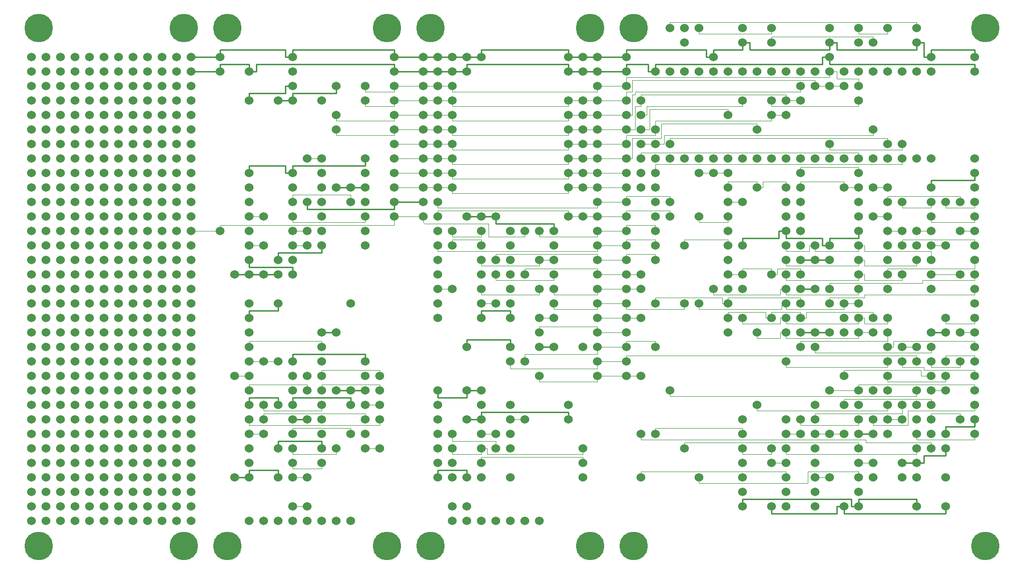
<source format=gtl>
G04 #@! TF.FileFunction,Copper,L1,Top,Signal*
%FSLAX46Y46*%
G04 Gerber Fmt 4.6, Leading zero omitted, Abs format (unit mm)*
G04 Created by KiCad (PCBNEW 4.0.7) date 01/06/20 01:41:04*
%MOMM*%
%LPD*%
G01*
G04 APERTURE LIST*
%ADD10C,0.100000*%
%ADD11C,1.524000*%
%ADD12C,5.000000*%
%ADD13C,0.250000*%
G04 APERTURE END LIST*
D10*
D11*
X89535000Y-135890000D03*
X86995000Y-135890000D03*
X84455000Y-135890000D03*
X81915000Y-135890000D03*
X79375000Y-135890000D03*
X76835000Y-135890000D03*
X74295000Y-135890000D03*
X71755000Y-135890000D03*
X69215000Y-135890000D03*
X66675000Y-135890000D03*
X64135000Y-135890000D03*
X61595000Y-135890000D03*
X89535000Y-133350000D03*
X86995000Y-133350000D03*
X84455000Y-133350000D03*
X81915000Y-133350000D03*
X79375000Y-133350000D03*
X76835000Y-133350000D03*
X74295000Y-133350000D03*
X71755000Y-133350000D03*
X69215000Y-133350000D03*
X66675000Y-133350000D03*
X64135000Y-133350000D03*
X61595000Y-133350000D03*
X89535000Y-130810000D03*
X86995000Y-130810000D03*
X84455000Y-130810000D03*
X81915000Y-130810000D03*
X79375000Y-130810000D03*
X76835000Y-130810000D03*
X74295000Y-130810000D03*
X71755000Y-130810000D03*
X69215000Y-130810000D03*
X66675000Y-130810000D03*
X64135000Y-130810000D03*
X61595000Y-130810000D03*
X89535000Y-128270000D03*
X86995000Y-128270000D03*
X84455000Y-128270000D03*
X81915000Y-128270000D03*
X79375000Y-128270000D03*
X76835000Y-128270000D03*
X74295000Y-128270000D03*
X71755000Y-128270000D03*
X69215000Y-128270000D03*
X66675000Y-128270000D03*
X64135000Y-128270000D03*
X61595000Y-128270000D03*
X89535000Y-125730000D03*
X86995000Y-125730000D03*
X84455000Y-125730000D03*
X81915000Y-125730000D03*
X79375000Y-125730000D03*
X76835000Y-125730000D03*
X74295000Y-125730000D03*
X71755000Y-125730000D03*
X69215000Y-125730000D03*
X66675000Y-125730000D03*
X64135000Y-125730000D03*
X61595000Y-125730000D03*
X89535000Y-123190000D03*
X86995000Y-123190000D03*
X84455000Y-123190000D03*
X81915000Y-123190000D03*
X79375000Y-123190000D03*
X76835000Y-123190000D03*
X74295000Y-123190000D03*
X71755000Y-123190000D03*
X69215000Y-123190000D03*
X66675000Y-123190000D03*
X64135000Y-123190000D03*
X61595000Y-123190000D03*
X89535000Y-120650000D03*
X86995000Y-120650000D03*
X84455000Y-120650000D03*
X81915000Y-120650000D03*
X79375000Y-120650000D03*
X76835000Y-120650000D03*
X74295000Y-120650000D03*
X71755000Y-120650000D03*
X69215000Y-120650000D03*
X66675000Y-120650000D03*
X64135000Y-120650000D03*
X61595000Y-120650000D03*
X89535000Y-118110000D03*
X86995000Y-118110000D03*
X84455000Y-118110000D03*
X81915000Y-118110000D03*
X79375000Y-118110000D03*
X76835000Y-118110000D03*
X74295000Y-118110000D03*
X71755000Y-118110000D03*
X69215000Y-118110000D03*
X66675000Y-118110000D03*
X64135000Y-118110000D03*
X61595000Y-118110000D03*
X89535000Y-115570000D03*
X86995000Y-115570000D03*
X84455000Y-115570000D03*
X81915000Y-115570000D03*
X79375000Y-115570000D03*
X76835000Y-115570000D03*
X74295000Y-115570000D03*
X71755000Y-115570000D03*
X69215000Y-115570000D03*
X66675000Y-115570000D03*
X64135000Y-115570000D03*
X61595000Y-115570000D03*
X89535000Y-113030000D03*
X86995000Y-113030000D03*
X84455000Y-113030000D03*
X81915000Y-113030000D03*
X79375000Y-113030000D03*
X76835000Y-113030000D03*
X74295000Y-113030000D03*
X71755000Y-113030000D03*
X69215000Y-113030000D03*
X66675000Y-113030000D03*
X64135000Y-113030000D03*
X61595000Y-113030000D03*
X89535000Y-110490000D03*
X86995000Y-110490000D03*
X84455000Y-110490000D03*
X81915000Y-110490000D03*
X79375000Y-110490000D03*
X76835000Y-110490000D03*
X74295000Y-110490000D03*
X71755000Y-110490000D03*
X69215000Y-110490000D03*
X66675000Y-110490000D03*
X64135000Y-110490000D03*
X61595000Y-110490000D03*
X89535000Y-107950000D03*
X86995000Y-107950000D03*
X84455000Y-107950000D03*
X81915000Y-107950000D03*
X79375000Y-107950000D03*
X76835000Y-107950000D03*
X74295000Y-107950000D03*
X71755000Y-107950000D03*
X69215000Y-107950000D03*
X66675000Y-107950000D03*
X64135000Y-107950000D03*
X61595000Y-107950000D03*
X89535000Y-105410000D03*
X86995000Y-105410000D03*
X84455000Y-105410000D03*
X81915000Y-105410000D03*
X79375000Y-105410000D03*
X76835000Y-105410000D03*
X74295000Y-105410000D03*
X71755000Y-105410000D03*
X69215000Y-105410000D03*
X66675000Y-105410000D03*
X64135000Y-105410000D03*
X61595000Y-105410000D03*
X89535000Y-102870000D03*
X86995000Y-102870000D03*
X84455000Y-102870000D03*
X81915000Y-102870000D03*
X79375000Y-102870000D03*
X76835000Y-102870000D03*
X74295000Y-102870000D03*
X71755000Y-102870000D03*
X69215000Y-102870000D03*
X66675000Y-102870000D03*
X64135000Y-102870000D03*
X61595000Y-102870000D03*
X89535000Y-100330000D03*
X86995000Y-100330000D03*
X84455000Y-100330000D03*
X81915000Y-100330000D03*
X79375000Y-100330000D03*
X76835000Y-100330000D03*
X74295000Y-100330000D03*
X71755000Y-100330000D03*
X69215000Y-100330000D03*
X66675000Y-100330000D03*
X64135000Y-100330000D03*
X61595000Y-100330000D03*
X89535000Y-97790000D03*
X86995000Y-97790000D03*
X84455000Y-97790000D03*
X81915000Y-97790000D03*
X79375000Y-97790000D03*
X76835000Y-97790000D03*
X74295000Y-97790000D03*
X71755000Y-97790000D03*
X69215000Y-97790000D03*
X66675000Y-97790000D03*
X64135000Y-97790000D03*
X61595000Y-97790000D03*
X89535000Y-95250000D03*
X86995000Y-95250000D03*
X84455000Y-95250000D03*
X81915000Y-95250000D03*
X79375000Y-95250000D03*
X76835000Y-95250000D03*
X74295000Y-95250000D03*
X71755000Y-95250000D03*
X69215000Y-95250000D03*
X66675000Y-95250000D03*
X64135000Y-95250000D03*
X61595000Y-95250000D03*
X89535000Y-92710000D03*
X86995000Y-92710000D03*
X84455000Y-92710000D03*
X81915000Y-92710000D03*
X79375000Y-92710000D03*
X76835000Y-92710000D03*
X74295000Y-92710000D03*
X71755000Y-92710000D03*
X69215000Y-92710000D03*
X66675000Y-92710000D03*
X64135000Y-92710000D03*
X61595000Y-92710000D03*
X89535000Y-90170000D03*
X86995000Y-90170000D03*
X84455000Y-90170000D03*
X81915000Y-90170000D03*
X79375000Y-90170000D03*
X76835000Y-90170000D03*
X74295000Y-90170000D03*
X71755000Y-90170000D03*
X69215000Y-90170000D03*
X66675000Y-90170000D03*
X64135000Y-90170000D03*
X61595000Y-90170000D03*
X89535000Y-87630000D03*
X86995000Y-87630000D03*
X84455000Y-87630000D03*
X81915000Y-87630000D03*
X79375000Y-87630000D03*
X76835000Y-87630000D03*
X74295000Y-87630000D03*
X71755000Y-87630000D03*
X69215000Y-87630000D03*
X66675000Y-87630000D03*
X64135000Y-87630000D03*
X61595000Y-87630000D03*
X89535000Y-85090000D03*
X86995000Y-85090000D03*
X84455000Y-85090000D03*
X81915000Y-85090000D03*
X79375000Y-85090000D03*
X76835000Y-85090000D03*
X74295000Y-85090000D03*
X71755000Y-85090000D03*
X69215000Y-85090000D03*
X66675000Y-85090000D03*
X64135000Y-85090000D03*
X61595000Y-85090000D03*
X89535000Y-82550000D03*
X86995000Y-82550000D03*
X84455000Y-82550000D03*
X81915000Y-82550000D03*
X79375000Y-82550000D03*
X76835000Y-82550000D03*
X74295000Y-82550000D03*
X71755000Y-82550000D03*
X69215000Y-82550000D03*
X66675000Y-82550000D03*
X64135000Y-82550000D03*
X61595000Y-82550000D03*
X89535000Y-80010000D03*
X86995000Y-80010000D03*
X84455000Y-80010000D03*
X81915000Y-80010000D03*
X79375000Y-80010000D03*
X76835000Y-80010000D03*
X74295000Y-80010000D03*
X71755000Y-80010000D03*
X69215000Y-80010000D03*
X66675000Y-80010000D03*
X64135000Y-80010000D03*
X61595000Y-80010000D03*
X89535000Y-77470000D03*
X86995000Y-77470000D03*
X84455000Y-77470000D03*
X81915000Y-77470000D03*
X79375000Y-77470000D03*
X76835000Y-77470000D03*
X74295000Y-77470000D03*
X71755000Y-77470000D03*
X69215000Y-77470000D03*
X66675000Y-77470000D03*
X64135000Y-77470000D03*
X61595000Y-77470000D03*
X89535000Y-74930000D03*
X86995000Y-74930000D03*
X84455000Y-74930000D03*
X81915000Y-74930000D03*
X79375000Y-74930000D03*
X76835000Y-74930000D03*
X74295000Y-74930000D03*
X71755000Y-74930000D03*
X69215000Y-74930000D03*
X66675000Y-74930000D03*
X64135000Y-74930000D03*
X61595000Y-74930000D03*
X89535000Y-72390000D03*
X86995000Y-72390000D03*
X84455000Y-72390000D03*
X81915000Y-72390000D03*
X79375000Y-72390000D03*
X76835000Y-72390000D03*
X74295000Y-72390000D03*
X71755000Y-72390000D03*
X69215000Y-72390000D03*
X66675000Y-72390000D03*
X64135000Y-72390000D03*
X61595000Y-72390000D03*
X89535000Y-69850000D03*
X86995000Y-69850000D03*
X84455000Y-69850000D03*
X81915000Y-69850000D03*
X79375000Y-69850000D03*
X76835000Y-69850000D03*
X74295000Y-69850000D03*
X71755000Y-69850000D03*
X69215000Y-69850000D03*
X66675000Y-69850000D03*
X64135000Y-69850000D03*
X61595000Y-69850000D03*
X89535000Y-67310000D03*
X86995000Y-67310000D03*
X84455000Y-67310000D03*
X81915000Y-67310000D03*
X79375000Y-67310000D03*
X76835000Y-67310000D03*
X74295000Y-67310000D03*
X71755000Y-67310000D03*
X69215000Y-67310000D03*
X66675000Y-67310000D03*
X64135000Y-67310000D03*
X61595000Y-67310000D03*
X89535000Y-64770000D03*
X86995000Y-64770000D03*
X84455000Y-64770000D03*
X81915000Y-64770000D03*
X79375000Y-64770000D03*
X76835000Y-64770000D03*
X74295000Y-64770000D03*
X71755000Y-64770000D03*
X69215000Y-64770000D03*
X66675000Y-64770000D03*
X64135000Y-64770000D03*
X61595000Y-64770000D03*
X89535000Y-62230000D03*
X86995000Y-62230000D03*
X84455000Y-62230000D03*
X81915000Y-62230000D03*
X79375000Y-62230000D03*
X76835000Y-62230000D03*
X74295000Y-62230000D03*
X71755000Y-62230000D03*
X69215000Y-62230000D03*
X66675000Y-62230000D03*
X64135000Y-62230000D03*
X61595000Y-62230000D03*
X89535000Y-59690000D03*
X86995000Y-59690000D03*
X84455000Y-59690000D03*
X81915000Y-59690000D03*
X79375000Y-59690000D03*
X76835000Y-59690000D03*
X74295000Y-59690000D03*
X71755000Y-59690000D03*
X69215000Y-59690000D03*
X66675000Y-59690000D03*
X64135000Y-59690000D03*
X61595000Y-59690000D03*
X89535000Y-57150000D03*
X86995000Y-57150000D03*
X84455000Y-57150000D03*
X81915000Y-57150000D03*
X79375000Y-57150000D03*
X76835000Y-57150000D03*
X74295000Y-57150000D03*
X71755000Y-57150000D03*
X69215000Y-57150000D03*
X66675000Y-57150000D03*
X64135000Y-57150000D03*
X61595000Y-57150000D03*
X89535000Y-54610000D03*
X86995000Y-54610000D03*
X84455000Y-54610000D03*
X81915000Y-54610000D03*
X79375000Y-54610000D03*
X76835000Y-54610000D03*
X74295000Y-54610000D03*
X71755000Y-54610000D03*
X69215000Y-54610000D03*
X66675000Y-54610000D03*
X64135000Y-54610000D03*
X94615000Y-57150000D03*
X94615000Y-54610000D03*
X99695000Y-57150000D03*
X99695000Y-62230000D03*
X104775000Y-62230000D03*
X107315000Y-62230000D03*
X107315000Y-59690000D03*
X107315000Y-57150000D03*
X107315000Y-54610000D03*
X112395000Y-62230000D03*
X114935000Y-59690000D03*
X120015000Y-59690000D03*
X120015000Y-62230000D03*
X125095000Y-54610000D03*
X125095000Y-57150000D03*
X125095000Y-59690000D03*
X125095000Y-62230000D03*
X125095000Y-64770000D03*
X125095000Y-67310000D03*
X125095000Y-69850000D03*
X125095000Y-72390000D03*
X125095000Y-74930000D03*
X125095000Y-77470000D03*
X125095000Y-80010000D03*
X125095000Y-82550000D03*
X120015000Y-85090000D03*
X120015000Y-87630000D03*
X120015000Y-82550000D03*
X120015000Y-80010000D03*
X120015000Y-77470000D03*
X120015000Y-74930000D03*
X117475000Y-80010000D03*
X117475000Y-77470000D03*
X114935000Y-77470000D03*
X112395000Y-77470000D03*
X112395000Y-74930000D03*
X112395000Y-72390000D03*
X109855000Y-72390000D03*
X112395000Y-80010000D03*
X112395000Y-82550000D03*
X112395000Y-85090000D03*
X112395000Y-87630000D03*
X109855000Y-87630000D03*
X109855000Y-85090000D03*
X109855000Y-80010000D03*
X107315000Y-80010000D03*
X107315000Y-77470000D03*
X107315000Y-74930000D03*
X107315000Y-82550000D03*
X107315000Y-85090000D03*
X107315000Y-87630000D03*
X107315000Y-90170000D03*
X107315000Y-92710000D03*
X104775000Y-92710000D03*
X104775000Y-90170000D03*
X102235000Y-92710000D03*
X102235000Y-87630000D03*
X102235000Y-82550000D03*
X99695000Y-92710000D03*
X99695000Y-90170000D03*
X99695000Y-87630000D03*
X99695000Y-85090000D03*
X99695000Y-82550000D03*
X99695000Y-80010000D03*
X99695000Y-77470000D03*
X99695000Y-74930000D03*
X97155000Y-92710000D03*
X94615000Y-85090000D03*
X104775000Y-97790000D03*
X99695000Y-97790000D03*
X99695000Y-100330000D03*
X99695000Y-105410000D03*
X99695000Y-102870000D03*
X99695000Y-107950000D03*
X102235000Y-107950000D03*
X104775000Y-107950000D03*
X107315000Y-107950000D03*
X107315000Y-110490000D03*
X109855000Y-110490000D03*
X112395000Y-110490000D03*
X112395000Y-107950000D03*
X112395000Y-105410000D03*
X112395000Y-102870000D03*
X114935000Y-102870000D03*
X117475000Y-97790000D03*
X99695000Y-110490000D03*
X97155000Y-110490000D03*
X99695000Y-113030000D03*
X99695000Y-115570000D03*
X102235000Y-115570000D03*
X104775000Y-115570000D03*
X107315000Y-115570000D03*
X99695000Y-118110000D03*
X102235000Y-118110000D03*
X102235000Y-120650000D03*
X99695000Y-120650000D03*
X99695000Y-123190000D03*
X99695000Y-125730000D03*
X99695000Y-128270000D03*
X97155000Y-128270000D03*
X104775000Y-128270000D03*
X104775000Y-123190000D03*
X107315000Y-128270000D03*
X107315000Y-125730000D03*
X107315000Y-123190000D03*
X107315000Y-120650000D03*
X107315000Y-118110000D03*
X107315000Y-113030000D03*
X99695000Y-135890000D03*
X102235000Y-135890000D03*
X104775000Y-135890000D03*
X107315000Y-135890000D03*
X109855000Y-135890000D03*
X112395000Y-135890000D03*
X114935000Y-135890000D03*
X117475000Y-135890000D03*
X107315000Y-133350000D03*
X109855000Y-133350000D03*
X109855000Y-128270000D03*
X112395000Y-125730000D03*
X112395000Y-123190000D03*
X114935000Y-123190000D03*
X112395000Y-120650000D03*
X112395000Y-118110000D03*
X112395000Y-115570000D03*
X112395000Y-113030000D03*
X109855000Y-118110000D03*
X109855000Y-113030000D03*
X114935000Y-113030000D03*
X117475000Y-113030000D03*
X117475000Y-115570000D03*
X117475000Y-120650000D03*
X120015000Y-123190000D03*
X122555000Y-123190000D03*
X120015000Y-120650000D03*
X120015000Y-118110000D03*
X120015000Y-115570000D03*
X120015000Y-113030000D03*
X120015000Y-110490000D03*
X120015000Y-107950000D03*
X122555000Y-110490000D03*
X122555000Y-113030000D03*
X122555000Y-115570000D03*
X122555000Y-118110000D03*
X114935000Y-64770000D03*
X114935000Y-67310000D03*
X130175000Y-54610000D03*
X130175000Y-57150000D03*
X130175000Y-59690000D03*
X130175000Y-62230000D03*
X130175000Y-64770000D03*
X130175000Y-67310000D03*
X130175000Y-69850000D03*
X130175000Y-72390000D03*
X130175000Y-74930000D03*
X130175000Y-77470000D03*
X130175000Y-80010000D03*
X130175000Y-82550000D03*
X132715000Y-100330000D03*
X132715000Y-97790000D03*
X132715000Y-95250000D03*
X135255000Y-95250000D03*
X132715000Y-92710000D03*
X132715000Y-87630000D03*
X132715000Y-90170000D03*
X135255000Y-87630000D03*
X135255000Y-85090000D03*
X132715000Y-85090000D03*
X132715000Y-82550000D03*
X132715000Y-80010000D03*
X132715000Y-77470000D03*
X135255000Y-77470000D03*
X135255000Y-74930000D03*
X132715000Y-74930000D03*
X132715000Y-72390000D03*
X132715000Y-69850000D03*
X132715000Y-67310000D03*
X132715000Y-64770000D03*
X135255000Y-64770000D03*
X135255000Y-67310000D03*
X135255000Y-69850000D03*
X135255000Y-72390000D03*
X135255000Y-62230000D03*
X132715000Y-62230000D03*
X132715000Y-59690000D03*
X135255000Y-59690000D03*
X135255000Y-57150000D03*
X135255000Y-54610000D03*
X132715000Y-54610000D03*
X132715000Y-57150000D03*
X137795000Y-54610000D03*
X137795000Y-57150000D03*
X140335000Y-54610000D03*
X137795000Y-82550000D03*
X140335000Y-82550000D03*
X142875000Y-82550000D03*
X140335000Y-85090000D03*
X140335000Y-87630000D03*
X140335000Y-90170000D03*
X140335000Y-92710000D03*
X140335000Y-95250000D03*
X140335000Y-97790000D03*
X140335000Y-100330000D03*
X137795000Y-105410000D03*
X137795000Y-113030000D03*
X140335000Y-113030000D03*
X140335000Y-115570000D03*
X145415000Y-115570000D03*
X145415000Y-118110000D03*
X147955000Y-118110000D03*
X145415000Y-120650000D03*
X145415000Y-123190000D03*
X142875000Y-123190000D03*
X140335000Y-123190000D03*
X140335000Y-120650000D03*
X142875000Y-120650000D03*
X140335000Y-118110000D03*
X140335000Y-125730000D03*
X140335000Y-128270000D03*
X145415000Y-128270000D03*
X137795000Y-128270000D03*
X135255000Y-128270000D03*
X132715000Y-128270000D03*
X132715000Y-125730000D03*
X135255000Y-125730000D03*
X135255000Y-123190000D03*
X135255000Y-120650000D03*
X132715000Y-120650000D03*
X132715000Y-123190000D03*
X132715000Y-118110000D03*
X132715000Y-115570000D03*
X132715000Y-113030000D03*
X135255000Y-133350000D03*
X135255000Y-135890000D03*
X137795000Y-133350000D03*
X137795000Y-135890000D03*
X140335000Y-135890000D03*
X142875000Y-135890000D03*
X145415000Y-135890000D03*
X147955000Y-135890000D03*
X150495000Y-135890000D03*
X142875000Y-97790000D03*
X145415000Y-97790000D03*
X145415000Y-100330000D03*
X145415000Y-95250000D03*
X145415000Y-92710000D03*
X142875000Y-92710000D03*
X142875000Y-90170000D03*
X145415000Y-90170000D03*
X147955000Y-92710000D03*
X145415000Y-87630000D03*
X145415000Y-85090000D03*
X147955000Y-85090000D03*
X150495000Y-85090000D03*
X153035000Y-85090000D03*
X153035000Y-87630000D03*
X153035000Y-90170000D03*
X153035000Y-92710000D03*
X153035000Y-95250000D03*
X153035000Y-97790000D03*
X153035000Y-100330000D03*
X150495000Y-100330000D03*
X150495000Y-102870000D03*
X150495000Y-105410000D03*
X153035000Y-105410000D03*
X145415000Y-105410000D03*
X145415000Y-107950000D03*
X147955000Y-107950000D03*
X150495000Y-110490000D03*
X155575000Y-82550000D03*
X158115000Y-82550000D03*
X160655000Y-82550000D03*
X155575000Y-115570000D03*
X155575000Y-118110000D03*
X158115000Y-123190000D03*
X158115000Y-125730000D03*
X158115000Y-128270000D03*
X158115000Y-105410000D03*
X160655000Y-105410000D03*
X160655000Y-107950000D03*
X160655000Y-110490000D03*
X160655000Y-102870000D03*
X160655000Y-100330000D03*
X160655000Y-97790000D03*
X160655000Y-95250000D03*
X160655000Y-92710000D03*
X160655000Y-90170000D03*
X160655000Y-87630000D03*
X160655000Y-85090000D03*
X160655000Y-80010000D03*
X160655000Y-77470000D03*
X158115000Y-77470000D03*
X155575000Y-77470000D03*
X155575000Y-74930000D03*
X155575000Y-72390000D03*
X155575000Y-69850000D03*
X158115000Y-69850000D03*
X160655000Y-69850000D03*
X160655000Y-72390000D03*
X160655000Y-74930000D03*
X158115000Y-74930000D03*
X158115000Y-72390000D03*
X155575000Y-67310000D03*
X158115000Y-67310000D03*
X160655000Y-67310000D03*
X160655000Y-54610000D03*
X158115000Y-54610000D03*
X155575000Y-54610000D03*
X155575000Y-57150000D03*
X158115000Y-57150000D03*
X160655000Y-57150000D03*
X160655000Y-59690000D03*
X160655000Y-62230000D03*
X158115000Y-62230000D03*
X155575000Y-62230000D03*
X155575000Y-64770000D03*
X158115000Y-64770000D03*
X160655000Y-64770000D03*
X165735000Y-54610000D03*
X165735000Y-57150000D03*
X165735000Y-59690000D03*
X165735000Y-62230000D03*
X165735000Y-64770000D03*
X165735000Y-67310000D03*
X165735000Y-69850000D03*
X165735000Y-72390000D03*
X165735000Y-74930000D03*
X165735000Y-77470000D03*
X165735000Y-80010000D03*
X165735000Y-82550000D03*
X165735000Y-85090000D03*
X165735000Y-87630000D03*
X165735000Y-92710000D03*
X165735000Y-90170000D03*
X165735000Y-95250000D03*
X165735000Y-97790000D03*
X165735000Y-100330000D03*
X165735000Y-102870000D03*
X165735000Y-105410000D03*
X165735000Y-107950000D03*
X165735000Y-110490000D03*
X168275000Y-110490000D03*
X168275000Y-120650000D03*
X168275000Y-128270000D03*
X170815000Y-120650000D03*
X173355000Y-113030000D03*
X170815000Y-105410000D03*
X168275000Y-100330000D03*
X170815000Y-97790000D03*
X168275000Y-95250000D03*
X168275000Y-92710000D03*
X170815000Y-90170000D03*
X170815000Y-87630000D03*
X170815000Y-85090000D03*
X170815000Y-82550000D03*
X173355000Y-82550000D03*
X173355000Y-80010000D03*
X170815000Y-80010000D03*
X170815000Y-77470000D03*
X168275000Y-77470000D03*
X168275000Y-74930000D03*
X170815000Y-74930000D03*
X170815000Y-72390000D03*
X168275000Y-72390000D03*
X168275000Y-69850000D03*
X168275000Y-67310000D03*
X168275000Y-64770000D03*
X168275000Y-62230000D03*
X170815000Y-67310000D03*
X170815000Y-69850000D03*
X173355000Y-69850000D03*
X173355000Y-72390000D03*
X175895000Y-72390000D03*
X178435000Y-72390000D03*
X180975000Y-72390000D03*
X183515000Y-72390000D03*
X186055000Y-72390000D03*
X188595000Y-72390000D03*
X191135000Y-72390000D03*
X193675000Y-72390000D03*
X196215000Y-72390000D03*
X198755000Y-72390000D03*
X201295000Y-72390000D03*
X203835000Y-72390000D03*
X206375000Y-72390000D03*
X208915000Y-72390000D03*
X211455000Y-72390000D03*
X213995000Y-72390000D03*
X216535000Y-72390000D03*
X219075000Y-72390000D03*
X213995000Y-69850000D03*
X211455000Y-69850000D03*
X208915000Y-67310000D03*
X201295000Y-69850000D03*
X226695000Y-72390000D03*
X170815000Y-57150000D03*
X173355000Y-57150000D03*
X175895000Y-57150000D03*
X178435000Y-57150000D03*
X180975000Y-57150000D03*
X183515000Y-57150000D03*
X186055000Y-57150000D03*
X188595000Y-57150000D03*
X191135000Y-57150000D03*
X193675000Y-57150000D03*
X196215000Y-57150000D03*
X198755000Y-57150000D03*
X201295000Y-57150000D03*
X203835000Y-57150000D03*
X206375000Y-57150000D03*
X208915000Y-57150000D03*
X211455000Y-57150000D03*
X213995000Y-57150000D03*
X216535000Y-57150000D03*
X219075000Y-57150000D03*
X219075000Y-54610000D03*
X216535000Y-52070000D03*
X216535000Y-49530000D03*
X211455000Y-49530000D03*
X208915000Y-52070000D03*
X206375000Y-52070000D03*
X206375000Y-49530000D03*
X201295000Y-52070000D03*
X201295000Y-49530000D03*
X201295000Y-54610000D03*
X191135000Y-49530000D03*
X191135000Y-52070000D03*
X186055000Y-49530000D03*
X186055000Y-52070000D03*
X180975000Y-54610000D03*
X178435000Y-49530000D03*
X175895000Y-49530000D03*
X175895000Y-52070000D03*
X173355000Y-49530000D03*
X226695000Y-57150000D03*
X226695000Y-54610000D03*
X201295000Y-59690000D03*
X203835000Y-59690000D03*
X206375000Y-59690000D03*
X206375000Y-62230000D03*
X198755000Y-59690000D03*
X196215000Y-59690000D03*
X196215000Y-62230000D03*
X193675000Y-62230000D03*
X191135000Y-62230000D03*
X191135000Y-64770000D03*
X193675000Y-64770000D03*
X188595000Y-67310000D03*
X186055000Y-62230000D03*
X183515000Y-64770000D03*
X178435000Y-74930000D03*
X180975000Y-74930000D03*
X183515000Y-74930000D03*
X183515000Y-77470000D03*
X183515000Y-80010000D03*
X186055000Y-80010000D03*
X188595000Y-77470000D03*
X183515000Y-82550000D03*
X178435000Y-82550000D03*
X183515000Y-85090000D03*
X183515000Y-87630000D03*
X186055000Y-87630000D03*
X175895000Y-87630000D03*
X183515000Y-90170000D03*
X183515000Y-92710000D03*
X186055000Y-92710000D03*
X186055000Y-95250000D03*
X183515000Y-95250000D03*
X180975000Y-95250000D03*
X178435000Y-97790000D03*
X175895000Y-97790000D03*
X183515000Y-97790000D03*
X183515000Y-100330000D03*
X183515000Y-102870000D03*
X186055000Y-100330000D03*
X188595000Y-102870000D03*
X191135000Y-100330000D03*
X191135000Y-92710000D03*
X193675000Y-102870000D03*
X193675000Y-100330000D03*
X193675000Y-97790000D03*
X193675000Y-95250000D03*
X193675000Y-92710000D03*
X193675000Y-90170000D03*
X193675000Y-87630000D03*
X193675000Y-85090000D03*
X193675000Y-82550000D03*
X193675000Y-80010000D03*
X193675000Y-77470000D03*
X196215000Y-74930000D03*
X196215000Y-77470000D03*
X196215000Y-80010000D03*
X196215000Y-82550000D03*
X196215000Y-85090000D03*
X196215000Y-87630000D03*
X196215000Y-90170000D03*
X196215000Y-92710000D03*
X196215000Y-95250000D03*
X196215000Y-97790000D03*
X196215000Y-100330000D03*
X196215000Y-102870000D03*
X196215000Y-105410000D03*
X193675000Y-107950000D03*
X198755000Y-105410000D03*
X198755000Y-102870000D03*
X198755000Y-95250000D03*
X198755000Y-90170000D03*
X198755000Y-87630000D03*
X201295000Y-87630000D03*
X201295000Y-90170000D03*
X201295000Y-95250000D03*
X201295000Y-97790000D03*
X203835000Y-97790000D03*
X206375000Y-97790000D03*
X203835000Y-100330000D03*
X206375000Y-100330000D03*
X208915000Y-100330000D03*
X211455000Y-100330000D03*
X211455000Y-102870000D03*
X208915000Y-102870000D03*
X206375000Y-102870000D03*
X203835000Y-102870000D03*
X201295000Y-102870000D03*
X206375000Y-95250000D03*
X206375000Y-92710000D03*
X206375000Y-90170000D03*
X206375000Y-87630000D03*
X206375000Y-85090000D03*
X206375000Y-82550000D03*
X206375000Y-80010000D03*
X206375000Y-77470000D03*
X206375000Y-74930000D03*
X203835000Y-77470000D03*
X208915000Y-77470000D03*
X211455000Y-77470000D03*
X211455000Y-80010000D03*
X213995000Y-80010000D03*
X211455000Y-82550000D03*
X208915000Y-82550000D03*
X211455000Y-85090000D03*
X213995000Y-85090000D03*
X216535000Y-85090000D03*
X219075000Y-85090000D03*
X221615000Y-87630000D03*
X219075000Y-87630000D03*
X216535000Y-87630000D03*
X213995000Y-87630000D03*
X211455000Y-87630000D03*
X211455000Y-90170000D03*
X211455000Y-92710000D03*
X211455000Y-95250000D03*
X213995000Y-92710000D03*
X216535000Y-90170000D03*
X219075000Y-90170000D03*
X219075000Y-92710000D03*
X219075000Y-95250000D03*
X224155000Y-85090000D03*
X226695000Y-85090000D03*
X226695000Y-82550000D03*
X226695000Y-80010000D03*
X226695000Y-77470000D03*
X226695000Y-74930000D03*
X224155000Y-80010000D03*
X221615000Y-80010000D03*
X219075000Y-80010000D03*
X219075000Y-77470000D03*
X219075000Y-82550000D03*
X226695000Y-87630000D03*
X226695000Y-90170000D03*
X224155000Y-92710000D03*
X226695000Y-92710000D03*
X226695000Y-95250000D03*
X226695000Y-97790000D03*
X226695000Y-100330000D03*
X221615000Y-100330000D03*
X219075000Y-102870000D03*
X221615000Y-102870000D03*
X224155000Y-102870000D03*
X226695000Y-102870000D03*
X226695000Y-105410000D03*
X226695000Y-107950000D03*
X224155000Y-107950000D03*
X221615000Y-107950000D03*
X219075000Y-107950000D03*
X219075000Y-105410000D03*
X216535000Y-105410000D03*
X213995000Y-105410000D03*
X211455000Y-105410000D03*
X211455000Y-107950000D03*
X213995000Y-107950000D03*
X216535000Y-107950000D03*
X211455000Y-110490000D03*
X219075000Y-110490000D03*
X221615000Y-110490000D03*
X226695000Y-110490000D03*
X221615000Y-113030000D03*
X219075000Y-113030000D03*
X219075000Y-115570000D03*
X219075000Y-118110000D03*
X219075000Y-120650000D03*
X219075000Y-123190000D03*
X221615000Y-123190000D03*
X221615000Y-120650000D03*
X224155000Y-118110000D03*
X226695000Y-118110000D03*
X226695000Y-120650000D03*
X226695000Y-115570000D03*
X226695000Y-113030000D03*
X216535000Y-120650000D03*
X216535000Y-123190000D03*
X216535000Y-125730000D03*
X216535000Y-128270000D03*
X213995000Y-125730000D03*
X213995000Y-128270000D03*
X216535000Y-133350000D03*
X221615000Y-133350000D03*
X221615000Y-128270000D03*
X208915000Y-125730000D03*
X208915000Y-128270000D03*
X206375000Y-125730000D03*
X206375000Y-128270000D03*
X206375000Y-130810000D03*
X206375000Y-133350000D03*
X206375000Y-123190000D03*
X206375000Y-120650000D03*
X208915000Y-120650000D03*
X211455000Y-120650000D03*
X211455000Y-118110000D03*
X211455000Y-115570000D03*
X211455000Y-113030000D03*
X203835000Y-133350000D03*
X198755000Y-133350000D03*
X198755000Y-130810000D03*
X198755000Y-128270000D03*
X201295000Y-128270000D03*
X198755000Y-125730000D03*
X198755000Y-123190000D03*
X198755000Y-120650000D03*
X198755000Y-118110000D03*
X198755000Y-115570000D03*
X201295000Y-113030000D03*
X203835000Y-110490000D03*
X203835000Y-115570000D03*
X206375000Y-115570000D03*
X206375000Y-113030000D03*
X208915000Y-113030000D03*
X206375000Y-118110000D03*
X203835000Y-120650000D03*
X201295000Y-120650000D03*
X196215000Y-118110000D03*
X193675000Y-118110000D03*
X193675000Y-120650000D03*
X193675000Y-123190000D03*
X193675000Y-125730000D03*
X193675000Y-128270000D03*
X193675000Y-130810000D03*
X193675000Y-133350000D03*
X191135000Y-133350000D03*
X196215000Y-120650000D03*
X191135000Y-123190000D03*
X191135000Y-125730000D03*
X188595000Y-115570000D03*
X186055000Y-118110000D03*
X186055000Y-120650000D03*
X186055000Y-123190000D03*
X186055000Y-125730000D03*
X186055000Y-128270000D03*
X186055000Y-130810000D03*
X186055000Y-133350000D03*
X178435000Y-128270000D03*
X175895000Y-123190000D03*
X208915000Y-118110000D03*
X213995000Y-118110000D03*
X216535000Y-118110000D03*
X216535000Y-115570000D03*
X213995000Y-115570000D03*
X216535000Y-113030000D03*
X61595000Y-54610000D03*
X137795000Y-118110000D03*
X120015000Y-72390000D03*
X150495000Y-95250000D03*
X150495000Y-90170000D03*
D12*
X95885000Y-49530000D03*
X88265000Y-49530000D03*
X95885000Y-140335000D03*
X88265000Y-140335000D03*
X62865000Y-49530000D03*
X62865000Y-140335000D03*
X123825000Y-49530000D03*
X131445000Y-49530000D03*
X123825000Y-140335000D03*
X131445000Y-140335000D03*
X159385000Y-140335000D03*
X167005000Y-140335000D03*
X159385000Y-49530000D03*
X167005000Y-49530000D03*
X228600000Y-49530000D03*
X228600000Y-140335000D03*
D10*
X120015000Y-123190000D02*
X122555000Y-123190000D01*
X99695000Y-120650000D02*
X102235000Y-120650000D01*
X206375000Y-49530000D02*
X206375000Y-50546000D01*
X211455000Y-50546000D02*
X211455000Y-49530000D01*
X206375000Y-50546000D02*
X211455000Y-50546000D01*
X191135000Y-52070000D02*
X191135000Y-51054000D01*
X208915000Y-51054000D02*
X208915000Y-52070000D01*
X191135000Y-51054000D02*
X208915000Y-51054000D01*
X178435000Y-49530000D02*
X178435000Y-50546000D01*
X191135000Y-50546000D02*
X191135000Y-49530000D01*
X178435000Y-50546000D02*
X191135000Y-50546000D01*
X216535000Y-49530000D02*
X216535000Y-48514000D01*
X173355000Y-48514000D02*
X173355000Y-49530000D01*
X216535000Y-48514000D02*
X173355000Y-48514000D01*
X135255000Y-67310000D02*
X135255000Y-68326000D01*
X155575000Y-68326000D02*
X153035000Y-68326000D01*
X155575000Y-68326000D02*
X155575000Y-67310000D01*
X135255000Y-68326000D02*
X153035000Y-68326000D01*
X153035000Y-65786000D02*
X135255000Y-65786000D01*
X155575000Y-64770000D02*
X155575000Y-65786000D01*
X153035000Y-65786000D02*
X155575000Y-65786000D01*
X135255000Y-65786000D02*
X135255000Y-64770000D01*
X135255000Y-62230000D02*
X135255000Y-63246000D01*
X155575000Y-63246000D02*
X155575000Y-62230000D01*
X153035000Y-63246000D02*
X155575000Y-63246000D01*
X135255000Y-63246000D02*
X153035000Y-63246000D01*
X135255000Y-59690000D02*
X135255000Y-60706000D01*
X160655000Y-60706000D02*
X152273000Y-60706000D01*
X160655000Y-60706000D02*
X160655000Y-59690000D01*
X135255000Y-60706000D02*
X152273000Y-60706000D01*
X160655000Y-59690000D02*
X165735000Y-59690000D01*
X160655000Y-62230000D02*
X165735000Y-62230000D01*
X158115000Y-62230000D02*
X160655000Y-62230000D01*
X155575000Y-62230000D02*
X158115000Y-62230000D01*
X160655000Y-64770000D02*
X165735000Y-64770000D01*
X158115000Y-64770000D02*
X160655000Y-64770000D01*
X155575000Y-64770000D02*
X158115000Y-64770000D01*
X158115000Y-67310000D02*
X155575000Y-67310000D01*
X160655000Y-67310000D02*
X158115000Y-67310000D01*
X165735000Y-67310000D02*
X160655000Y-67310000D01*
X160655000Y-69850000D02*
X165735000Y-69850000D01*
X158115000Y-69850000D02*
X160655000Y-69850000D01*
X155575000Y-69850000D02*
X158115000Y-69850000D01*
X169799000Y-68834000D02*
X166751000Y-68834000D01*
X171831000Y-66294000D02*
X171831000Y-66802000D01*
X188595000Y-67310000D02*
X188595000Y-66294000D01*
X188595000Y-66294000D02*
X181483000Y-66294000D01*
X171831000Y-66802000D02*
X171831000Y-68834000D01*
X169799000Y-68834000D02*
X171831000Y-68834000D01*
X181483000Y-66294000D02*
X171831000Y-66294000D01*
X166751000Y-72390000D02*
X165735000Y-72390000D01*
X166751000Y-68834000D02*
X166751000Y-72390000D01*
X170815000Y-67310000D02*
X170815000Y-68326000D01*
X170815000Y-68326000D02*
X165735000Y-68326000D01*
X165735000Y-68326000D02*
X165735000Y-69850000D01*
X168275000Y-67310000D02*
X169799000Y-67310000D01*
X169799000Y-63754000D02*
X169799000Y-65024000D01*
X183515000Y-63754000D02*
X183515000Y-64770000D01*
X183515000Y-63754000D02*
X180467000Y-63754000D01*
X180467000Y-63754000D02*
X169799000Y-63754000D01*
X169799000Y-67310000D02*
X169799000Y-65024000D01*
X168275000Y-64770000D02*
X169291000Y-64770000D01*
X169291000Y-63246000D02*
X169291000Y-64770000D01*
X186055000Y-63246000D02*
X186055000Y-62230000D01*
X186055000Y-63246000D02*
X180721000Y-63246000D01*
X180721000Y-63246000D02*
X169291000Y-63246000D01*
X165735000Y-67310000D02*
X167259000Y-67310000D01*
X168275000Y-63246000D02*
X168275000Y-62230000D01*
X167259000Y-63246000D02*
X168275000Y-63246000D01*
X167259000Y-67310000D02*
X167259000Y-63246000D01*
X188595000Y-60706000D02*
X167259000Y-60706000D01*
X167259000Y-60706000D02*
X167259000Y-61214000D01*
X167259000Y-61214000D02*
X166751000Y-61214000D01*
X166751000Y-61214000D02*
X166751000Y-64770000D01*
X166751000Y-64770000D02*
X165735000Y-64770000D01*
X196215000Y-59690000D02*
X196215000Y-60706000D01*
X196215000Y-60706000D02*
X188595000Y-60706000D01*
X188849000Y-61214000D02*
X168275000Y-61214000D01*
X193675000Y-61214000D02*
X188849000Y-61214000D01*
X193675000Y-62230000D02*
X193675000Y-61214000D01*
X168275000Y-61214000D02*
X168275000Y-62230000D01*
X175387000Y-58674000D02*
X193929000Y-58674000D01*
X198755000Y-58674000D02*
X198755000Y-59690000D01*
X198755000Y-58674000D02*
X193929000Y-58674000D01*
X165735000Y-62230000D02*
X165735000Y-60706000D01*
X166751000Y-58674000D02*
X175387000Y-58674000D01*
X166751000Y-60706000D02*
X166751000Y-58674000D01*
X165735000Y-60706000D02*
X166751000Y-60706000D01*
X190373000Y-58166000D02*
X176149000Y-58166000D01*
X165735000Y-58166000D02*
X176149000Y-58166000D01*
X165735000Y-59690000D02*
X165735000Y-58166000D01*
X201295000Y-58166000D02*
X201295000Y-57150000D01*
X201295000Y-58166000D02*
X197485000Y-58166000D01*
X190373000Y-58166000D02*
X197485000Y-58166000D01*
X201295000Y-59690000D02*
X203835000Y-59690000D01*
X201295000Y-59690000D02*
X198755000Y-59690000D01*
X206375000Y-59690000D02*
X206375000Y-58420000D01*
X202565000Y-57150000D02*
X201295000Y-57150000D01*
X202565000Y-58420000D02*
X202565000Y-57150000D01*
X206375000Y-58420000D02*
X202565000Y-58420000D01*
X198247000Y-63246000D02*
X206375000Y-63246000D01*
X191135000Y-63246000D02*
X198247000Y-63246000D01*
X191135000Y-62230000D02*
X191135000Y-63246000D01*
X206375000Y-63246000D02*
X206375000Y-62230000D01*
X203327000Y-71374000D02*
X206375000Y-71374000D01*
X168275000Y-71374000D02*
X203327000Y-71374000D01*
X168275000Y-72390000D02*
X168275000Y-71374000D01*
X206375000Y-71374000D02*
X206375000Y-72390000D01*
X170815000Y-67310000D02*
X170815000Y-65786000D01*
X191135000Y-65786000D02*
X181737000Y-65786000D01*
X191135000Y-65786000D02*
X191135000Y-64770000D01*
X170815000Y-65786000D02*
X181737000Y-65786000D01*
X199263000Y-68326000D02*
X175133000Y-68326000D01*
X208915000Y-68326000D02*
X199263000Y-68326000D01*
X208915000Y-67310000D02*
X208915000Y-68326000D01*
X172339000Y-69850000D02*
X172339000Y-68326000D01*
X172339000Y-68326000D02*
X175133000Y-68326000D01*
X172339000Y-69850000D02*
X170815000Y-69850000D01*
X178435000Y-68834000D02*
X199263000Y-68834000D01*
X211455000Y-68834000D02*
X199263000Y-68834000D01*
X211455000Y-69850000D02*
X211455000Y-68834000D01*
X173355000Y-68834000D02*
X178435000Y-68834000D01*
X173355000Y-68834000D02*
X173355000Y-69850000D01*
X193675000Y-62230000D02*
X196215000Y-62230000D01*
X191135000Y-64770000D02*
X193675000Y-64770000D01*
X170815000Y-69850000D02*
X168275000Y-69850000D01*
X132715000Y-95250000D02*
X135255000Y-95250000D01*
X141605000Y-83820000D02*
X141605000Y-86106000D01*
X147955000Y-86106000D02*
X143129000Y-86106000D01*
X147955000Y-85090000D02*
X147955000Y-86106000D01*
X130175000Y-83566000D02*
X130429000Y-83820000D01*
X130429000Y-83820000D02*
X141605000Y-83820000D01*
X130175000Y-83566000D02*
X130175000Y-82550000D01*
X141605000Y-86106000D02*
X143129000Y-86106000D01*
X135255000Y-69850000D02*
X135255000Y-70866000D01*
X155575000Y-70866000D02*
X152527000Y-70866000D01*
X155575000Y-70866000D02*
X155575000Y-69850000D01*
X135255000Y-70866000D02*
X152527000Y-70866000D01*
X135255000Y-72390000D02*
X135255000Y-73406000D01*
X155575000Y-73406000D02*
X152527000Y-73406000D01*
X155575000Y-73406000D02*
X155575000Y-72390000D01*
X135255000Y-73406000D02*
X152527000Y-73406000D01*
X135255000Y-74930000D02*
X135255000Y-75946000D01*
X155575000Y-75946000D02*
X152527000Y-75946000D01*
X155575000Y-75946000D02*
X155575000Y-74930000D01*
X135255000Y-75946000D02*
X152527000Y-75946000D01*
X135255000Y-77470000D02*
X135255000Y-78486000D01*
X155575000Y-78486000D02*
X152527000Y-78486000D01*
X155575000Y-78486000D02*
X155575000Y-77470000D01*
X135255000Y-78486000D02*
X152527000Y-78486000D01*
X158115000Y-72390000D02*
X155575000Y-72390000D01*
X160655000Y-72390000D02*
X158115000Y-72390000D01*
X165735000Y-72390000D02*
X160655000Y-72390000D01*
X160655000Y-74930000D02*
X165735000Y-74930000D01*
X158115000Y-74930000D02*
X160655000Y-74930000D01*
X155575000Y-74930000D02*
X158115000Y-74930000D01*
X158115000Y-77470000D02*
X155575000Y-77470000D01*
X160655000Y-77470000D02*
X158115000Y-77470000D01*
X165735000Y-77470000D02*
X160655000Y-77470000D01*
X160655000Y-85090000D02*
X165735000Y-85090000D01*
X156083000Y-86106000D02*
X160655000Y-86106000D01*
X150495000Y-86106000D02*
X156083000Y-86106000D01*
X150495000Y-85090000D02*
X150495000Y-86106000D01*
X160655000Y-86106000D02*
X160655000Y-85090000D01*
X160655000Y-80010000D02*
X160655000Y-81026000D01*
X132715000Y-81026000D02*
X147447000Y-81026000D01*
X132715000Y-81026000D02*
X132715000Y-80010000D01*
X160655000Y-81026000D02*
X147447000Y-81026000D01*
X158115000Y-82550000D02*
X160655000Y-82550000D01*
X155575000Y-82550000D02*
X158115000Y-82550000D01*
X145669000Y-81534000D02*
X155575000Y-81534000D01*
X132715000Y-81534000D02*
X145669000Y-81534000D01*
X132715000Y-82550000D02*
X132715000Y-81534000D01*
X155575000Y-81534000D02*
X155575000Y-82550000D01*
X135255000Y-85090000D02*
X135255000Y-86106000D01*
X140335000Y-86106000D02*
X140335000Y-85090000D01*
X135255000Y-86106000D02*
X140335000Y-86106000D01*
X135255000Y-87630000D02*
X135255000Y-86614000D01*
X140335000Y-86614000D02*
X140335000Y-87630000D01*
X135255000Y-86614000D02*
X140335000Y-86614000D01*
X142875000Y-88646000D02*
X132715000Y-88646000D01*
X160655000Y-87630000D02*
X160655000Y-88646000D01*
X160655000Y-88646000D02*
X159131000Y-88646000D01*
X142875000Y-88646000D02*
X146939000Y-88646000D01*
X159131000Y-88646000D02*
X146939000Y-88646000D01*
X132715000Y-88646000D02*
X132715000Y-87630000D01*
X165735000Y-87630000D02*
X160655000Y-87630000D01*
X160655000Y-90170000D02*
X165735000Y-90170000D01*
X147193000Y-89154000D02*
X160655000Y-89154000D01*
X142875000Y-89154000D02*
X147193000Y-89154000D01*
X142875000Y-90170000D02*
X142875000Y-89154000D01*
X160655000Y-89154000D02*
X160655000Y-90170000D01*
X150495000Y-90170000D02*
X150495000Y-91186000D01*
X140335000Y-91186000D02*
X140335000Y-90170000D01*
X150495000Y-91186000D02*
X140335000Y-91186000D01*
X150495000Y-90170000D02*
X153035000Y-90170000D01*
X142875000Y-92710000D02*
X142875000Y-93726000D01*
X153035000Y-93726000D02*
X153035000Y-92710000D01*
X142875000Y-93726000D02*
X153035000Y-93726000D01*
X150495000Y-95250000D02*
X150495000Y-96266000D01*
X140335000Y-96266000D02*
X140335000Y-95250000D01*
X143383000Y-96266000D02*
X140335000Y-96266000D01*
X150495000Y-96266000D02*
X143383000Y-96266000D01*
X160655000Y-92710000D02*
X160655000Y-91694000D01*
X147955000Y-91694000D02*
X147955000Y-92710000D01*
X160655000Y-91694000D02*
X147955000Y-91694000D01*
X153035000Y-95250000D02*
X153035000Y-96266000D01*
X160655000Y-96266000D02*
X160655000Y-95250000D01*
X153035000Y-96266000D02*
X160655000Y-96266000D01*
X191135000Y-92710000D02*
X192151000Y-92710000D01*
X196215000Y-91694000D02*
X196215000Y-92710000D01*
X192151000Y-91694000D02*
X196215000Y-91694000D01*
X192151000Y-92710000D02*
X192151000Y-91694000D01*
X186055000Y-92710000D02*
X186055000Y-91694000D01*
X191135000Y-91694000D02*
X191135000Y-92710000D01*
X186055000Y-91694000D02*
X191135000Y-91694000D01*
X183515000Y-92710000D02*
X186055000Y-92710000D01*
X186309000Y-98806000D02*
X192913000Y-98806000D01*
X178435000Y-98806000D02*
X186309000Y-98806000D01*
X178435000Y-97790000D02*
X178435000Y-98806000D01*
X192913000Y-98806000D02*
X192913000Y-97790000D01*
X192913000Y-97790000D02*
X193675000Y-97790000D01*
X170815000Y-97790000D02*
X170815000Y-96774000D01*
X182499000Y-97790000D02*
X183515000Y-97790000D01*
X182499000Y-96774000D02*
X182499000Y-97790000D01*
X170815000Y-96774000D02*
X182499000Y-96774000D01*
X165735000Y-97790000D02*
X165735000Y-98806000D01*
X175895000Y-98806000D02*
X175895000Y-97790000D01*
X165735000Y-98806000D02*
X175895000Y-98806000D01*
X160655000Y-97790000D02*
X165735000Y-97790000D01*
X160655000Y-95250000D02*
X165735000Y-95250000D01*
X160655000Y-92710000D02*
X165735000Y-92710000D01*
X165735000Y-95250000D02*
X168275000Y-95250000D01*
X165735000Y-92710000D02*
X168275000Y-92710000D01*
X165735000Y-90170000D02*
X165735000Y-89154000D01*
X165735000Y-89154000D02*
X170815000Y-89154000D01*
X170815000Y-89154000D02*
X170815000Y-90170000D01*
X165735000Y-87630000D02*
X165735000Y-86614000D01*
X170815000Y-86614000D02*
X170815000Y-87630000D01*
X165735000Y-86614000D02*
X170815000Y-86614000D01*
X165735000Y-85090000D02*
X165735000Y-84074000D01*
X165735000Y-84074000D02*
X170815000Y-84074000D01*
X170815000Y-84074000D02*
X170815000Y-85090000D01*
X160655000Y-82550000D02*
X165735000Y-82550000D01*
X160655000Y-80010000D02*
X165735000Y-80010000D01*
X165735000Y-82550000D02*
X165735000Y-81534000D01*
X173355000Y-81534000D02*
X173355000Y-82550000D01*
X165735000Y-81534000D02*
X173355000Y-81534000D01*
X165735000Y-80010000D02*
X165735000Y-78994000D01*
X173355000Y-78994000D02*
X173355000Y-80010000D01*
X165735000Y-78994000D02*
X173355000Y-78994000D01*
X175895000Y-87630000D02*
X175895000Y-86614000D01*
X183515000Y-86614000D02*
X180975000Y-86614000D01*
X183515000Y-86614000D02*
X183515000Y-87630000D01*
X175895000Y-86614000D02*
X180975000Y-86614000D01*
X178435000Y-82550000D02*
X178435000Y-83566000D01*
X183515000Y-83566000D02*
X180975000Y-83566000D01*
X183515000Y-83566000D02*
X183515000Y-82550000D01*
X178435000Y-83566000D02*
X180975000Y-83566000D01*
X192405000Y-73406000D02*
X170815000Y-73406000D01*
X213995000Y-72390000D02*
X213995000Y-73406000D01*
X207391000Y-73406000D02*
X203073000Y-73406000D01*
X213995000Y-73406000D02*
X207391000Y-73406000D01*
X192405000Y-73406000D02*
X203073000Y-73406000D01*
X170815000Y-73406000D02*
X170815000Y-74930000D01*
X180975000Y-74930000D02*
X183515000Y-74930000D01*
X178435000Y-74930000D02*
X180975000Y-74930000D01*
X196215000Y-74930000D02*
X196215000Y-73914000D01*
X206375000Y-73914000D02*
X203073000Y-73914000D01*
X206375000Y-73914000D02*
X206375000Y-74930000D01*
X196215000Y-73914000D02*
X203073000Y-73914000D01*
X183515000Y-80010000D02*
X186055000Y-80010000D01*
X183515000Y-77470000D02*
X183515000Y-76454000D01*
X188595000Y-76454000D02*
X188595000Y-77470000D01*
X183515000Y-76454000D02*
X188595000Y-76454000D01*
X188595000Y-77470000D02*
X189611000Y-77470000D01*
X193675000Y-76454000D02*
X193675000Y-77470000D01*
X189611000Y-76454000D02*
X193675000Y-76454000D01*
X189611000Y-77470000D02*
X189611000Y-76454000D01*
X196215000Y-77470000D02*
X196215000Y-76454000D01*
X203835000Y-76454000D02*
X201295000Y-76454000D01*
X203835000Y-76454000D02*
X203835000Y-77470000D01*
X196215000Y-76454000D02*
X201295000Y-76454000D01*
X213995000Y-69850000D02*
X213995000Y-70866000D01*
X201295000Y-70866000D02*
X201295000Y-69850000D01*
X213995000Y-70866000D02*
X201295000Y-70866000D01*
X219075000Y-113030000D02*
X221615000Y-113030000D01*
X213741000Y-112014000D02*
X226695000Y-112014000D01*
X206375000Y-112014000D02*
X213741000Y-112014000D01*
X206375000Y-113030000D02*
X206375000Y-112014000D01*
X226695000Y-112014000D02*
X226695000Y-113030000D01*
X213741000Y-111506000D02*
X221615000Y-111506000D01*
X211455000Y-111506000D02*
X213741000Y-111506000D01*
X211455000Y-110490000D02*
X211455000Y-111506000D01*
X221615000Y-111506000D02*
X221615000Y-110490000D01*
X219075000Y-110490000D02*
X217297000Y-110490000D01*
X203835000Y-109474000D02*
X213487000Y-109474000D01*
X203835000Y-109474000D02*
X203835000Y-110490000D01*
X217297000Y-109474000D02*
X213487000Y-109474000D01*
X217297000Y-110490000D02*
X217297000Y-109474000D01*
X213995000Y-107950000D02*
X213995000Y-108966000D01*
X226695000Y-109474000D02*
X226695000Y-110490000D01*
X217805000Y-109474000D02*
X226695000Y-109474000D01*
X217805000Y-108966000D02*
X217805000Y-109474000D01*
X213995000Y-108966000D02*
X217805000Y-108966000D01*
X209931000Y-106934000D02*
X175133000Y-106934000D01*
X165735000Y-107950000D02*
X165735000Y-106934000D01*
X165735000Y-106934000D02*
X168529000Y-106934000D01*
X175133000Y-106934000D02*
X168529000Y-106934000D01*
X216535000Y-106934000D02*
X209931000Y-106934000D01*
X216535000Y-106934000D02*
X216535000Y-107950000D01*
X210439000Y-106426000D02*
X198755000Y-106426000D01*
X219075000Y-106426000D02*
X210439000Y-106426000D01*
X219075000Y-105410000D02*
X219075000Y-106426000D01*
X198755000Y-106426000D02*
X198755000Y-105410000D01*
X219075000Y-107950000D02*
X219075000Y-108966000D01*
X224155000Y-108966000D02*
X224155000Y-107950000D01*
X219075000Y-108966000D02*
X224155000Y-108966000D01*
X221615000Y-107950000D02*
X221615000Y-106934000D01*
X226695000Y-106934000D02*
X226695000Y-107950000D01*
X221615000Y-106934000D02*
X226695000Y-106934000D01*
X211455000Y-105410000D02*
X212471000Y-105410000D01*
X226695000Y-104394000D02*
X226695000Y-105410000D01*
X212471000Y-104394000D02*
X226695000Y-104394000D01*
X212471000Y-105410000D02*
X212471000Y-104394000D01*
X213995000Y-105410000D02*
X216535000Y-105410000D01*
X221615000Y-100330000D02*
X221615000Y-101346000D01*
X226695000Y-101346000D02*
X226695000Y-100330000D01*
X221615000Y-101346000D02*
X226695000Y-101346000D01*
X224155000Y-102870000D02*
X226695000Y-102870000D01*
X226695000Y-95250000D02*
X226695000Y-96266000D01*
X201295000Y-96774000D02*
X207391000Y-96774000D01*
X207391000Y-96774000D02*
X207391000Y-96266000D01*
X207391000Y-96266000D02*
X213233000Y-96266000D01*
X201295000Y-96774000D02*
X201295000Y-97790000D01*
X226695000Y-96266000D02*
X213233000Y-96266000D01*
X223901000Y-86614000D02*
X226695000Y-86614000D01*
X213995000Y-86614000D02*
X223901000Y-86614000D01*
X213995000Y-87630000D02*
X213995000Y-86614000D01*
X226695000Y-86614000D02*
X226695000Y-87630000D01*
X224155000Y-85090000D02*
X226695000Y-85090000D01*
X219075000Y-82550000D02*
X219075000Y-83566000D01*
X226695000Y-83566000D02*
X226695000Y-82550000D01*
X219075000Y-83566000D02*
X226695000Y-83566000D01*
X221615000Y-80010000D02*
X221615000Y-81026000D01*
X226695000Y-81026000D02*
X226695000Y-80010000D01*
X221615000Y-81026000D02*
X226695000Y-81026000D01*
X213995000Y-80010000D02*
X213995000Y-81026000D01*
X219075000Y-81026000D02*
X219075000Y-80010000D01*
X213995000Y-81026000D02*
X219075000Y-81026000D01*
X224155000Y-80010000D02*
X224155000Y-78994000D01*
X211455000Y-78994000D02*
X211455000Y-80010000D01*
X224155000Y-78994000D02*
X211455000Y-78994000D01*
X203835000Y-77470000D02*
X206375000Y-77470000D01*
X208915000Y-77470000D02*
X211455000Y-77470000D01*
X208915000Y-82550000D02*
X211455000Y-82550000D01*
X216535000Y-85090000D02*
X219075000Y-85090000D01*
X211455000Y-85090000D02*
X213995000Y-85090000D01*
X219075000Y-87630000D02*
X221615000Y-87630000D01*
X208661000Y-88646000D02*
X219075000Y-88646000D01*
X207391000Y-87630000D02*
X207391000Y-88646000D01*
X207391000Y-88646000D02*
X208661000Y-88646000D01*
X206375000Y-87630000D02*
X207391000Y-87630000D01*
X219075000Y-88646000D02*
X219075000Y-90170000D01*
X198755000Y-87630000D02*
X198755000Y-88646000D01*
X206375000Y-88646000D02*
X206375000Y-87630000D01*
X198755000Y-88646000D02*
X206375000Y-88646000D01*
X193675000Y-87630000D02*
X193675000Y-88646000D01*
X197739000Y-87630000D02*
X198755000Y-87630000D01*
X197739000Y-88646000D02*
X197739000Y-87630000D01*
X193675000Y-88646000D02*
X197739000Y-88646000D01*
X206375000Y-90170000D02*
X206375000Y-91186000D01*
X193675000Y-91186000D02*
X193675000Y-90170000D01*
X206375000Y-91186000D02*
X193675000Y-91186000D01*
X209169000Y-91186000D02*
X207391000Y-91186000D01*
X216535000Y-91186000D02*
X209169000Y-91186000D01*
X216535000Y-90170000D02*
X216535000Y-91186000D01*
X207391000Y-90170000D02*
X206375000Y-90170000D01*
X207391000Y-91186000D02*
X207391000Y-90170000D01*
X226695000Y-90170000D02*
X226695000Y-91694000D01*
X211455000Y-91694000D02*
X211455000Y-92710000D01*
X226695000Y-91694000D02*
X211455000Y-91694000D01*
X221107000Y-93726000D02*
X226695000Y-93726000D01*
X217551000Y-94234000D02*
X217551000Y-93726000D01*
X217551000Y-93726000D02*
X221107000Y-93726000D01*
X201295000Y-95250000D02*
X201295000Y-94234000D01*
X201295000Y-94234000D02*
X208915000Y-94234000D01*
X208915000Y-94234000D02*
X217551000Y-94234000D01*
X226695000Y-93726000D02*
X226695000Y-92710000D01*
X219075000Y-92710000D02*
X224155000Y-92710000D01*
X206375000Y-92710000D02*
X207391000Y-92710000D01*
X213995000Y-93726000D02*
X213995000Y-92710000D01*
X207391000Y-93726000D02*
X213995000Y-93726000D01*
X207391000Y-92710000D02*
X207391000Y-93726000D01*
X203327000Y-93726000D02*
X206375000Y-93726000D01*
X193675000Y-93726000D02*
X203327000Y-93726000D01*
X193675000Y-92710000D02*
X193675000Y-93726000D01*
X206375000Y-93726000D02*
X206375000Y-92710000D01*
X183515000Y-97790000D02*
X183515000Y-96774000D01*
X183515000Y-96774000D02*
X196215000Y-96774000D01*
X196215000Y-96774000D02*
X196215000Y-97790000D01*
X193675000Y-95250000D02*
X192659000Y-95250000D01*
X180975000Y-96266000D02*
X180975000Y-95250000D01*
X192659000Y-96266000D02*
X180975000Y-96266000D01*
X192659000Y-95250000D02*
X192659000Y-96266000D01*
X193675000Y-95250000D02*
X193675000Y-96266000D01*
X206375000Y-96266000D02*
X206375000Y-95250000D01*
X193675000Y-96266000D02*
X206375000Y-96266000D01*
X203835000Y-97790000D02*
X206375000Y-97790000D01*
X193675000Y-97790000D02*
X193675000Y-98806000D01*
X203835000Y-98806000D02*
X203835000Y-97790000D01*
X193675000Y-98806000D02*
X203835000Y-98806000D01*
X191135000Y-100330000D02*
X191135000Y-99314000D01*
X196215000Y-99314000D02*
X196215000Y-100330000D01*
X191135000Y-99314000D02*
X196215000Y-99314000D01*
X183515000Y-100330000D02*
X183515000Y-99314000D01*
X190119000Y-100330000D02*
X191135000Y-100330000D01*
X190119000Y-99314000D02*
X190119000Y-100330000D01*
X183515000Y-99314000D02*
X190119000Y-99314000D01*
X193675000Y-100330000D02*
X192659000Y-100330000D01*
X186055000Y-101346000D02*
X186055000Y-100330000D01*
X192659000Y-101346000D02*
X186055000Y-101346000D01*
X192659000Y-100330000D02*
X192659000Y-101346000D01*
X193675000Y-100330000D02*
X193675000Y-101346000D01*
X206375000Y-101346000D02*
X201549000Y-101346000D01*
X206375000Y-101346000D02*
X206375000Y-100330000D01*
X193675000Y-101346000D02*
X201549000Y-101346000D01*
X208915000Y-100330000D02*
X208915000Y-99314000D01*
X208915000Y-99314000D02*
X197231000Y-99314000D01*
X197231000Y-99314000D02*
X197231000Y-100330000D01*
X197231000Y-100330000D02*
X196215000Y-100330000D01*
X211455000Y-100330000D02*
X211455000Y-101346000D01*
X207391000Y-100330000D02*
X206375000Y-100330000D01*
X207391000Y-101346000D02*
X207391000Y-100330000D01*
X211455000Y-101346000D02*
X207391000Y-101346000D01*
X202311000Y-104394000D02*
X211455000Y-104394000D01*
X196215000Y-104394000D02*
X202311000Y-104394000D01*
X196215000Y-105410000D02*
X196215000Y-104394000D01*
X211455000Y-104394000D02*
X211455000Y-102870000D01*
X206375000Y-102870000D02*
X206375000Y-103886000D01*
X193675000Y-103886000D02*
X202311000Y-103886000D01*
X193675000Y-103886000D02*
X193675000Y-102870000D01*
X206375000Y-103886000D02*
X202311000Y-103886000D01*
X206375000Y-102870000D02*
X208915000Y-102870000D01*
X192405000Y-103886000D02*
X192659000Y-103886000D01*
X192659000Y-103886000D02*
X192659000Y-102870000D01*
X192659000Y-102870000D02*
X193675000Y-102870000D01*
X188595000Y-102870000D02*
X188595000Y-103886000D01*
X192405000Y-103886000D02*
X188595000Y-103886000D01*
X201549000Y-108966000D02*
X193675000Y-108966000D01*
X211455000Y-108966000D02*
X201549000Y-108966000D01*
X211455000Y-107950000D02*
X211455000Y-108966000D01*
X193675000Y-108966000D02*
X193675000Y-107950000D01*
X206375000Y-116586000D02*
X188595000Y-116586000D01*
X211455000Y-115570000D02*
X211455000Y-116586000D01*
X206375000Y-116586000D02*
X209677000Y-116586000D01*
X209677000Y-116586000D02*
X211455000Y-116586000D01*
X188595000Y-116586000D02*
X188595000Y-115570000D01*
X206375000Y-117094000D02*
X198755000Y-117094000D01*
X213995000Y-115570000D02*
X213995000Y-117094000D01*
X206375000Y-117094000D02*
X209677000Y-117094000D01*
X209677000Y-117094000D02*
X213995000Y-117094000D01*
X198755000Y-117094000D02*
X198755000Y-118110000D01*
X210185000Y-114554000D02*
X219075000Y-114554000D01*
X203835000Y-114554000D02*
X210185000Y-114554000D01*
X203835000Y-115570000D02*
X203835000Y-114554000D01*
X219075000Y-114554000D02*
X219075000Y-115570000D01*
X216535000Y-120650000D02*
X216535000Y-121666000D01*
X226695000Y-121666000D02*
X226695000Y-120650000D01*
X216535000Y-121666000D02*
X226695000Y-121666000D01*
X215265000Y-122174000D02*
X219075000Y-122174000D01*
X207645000Y-121666000D02*
X207645000Y-122174000D01*
X207645000Y-122174000D02*
X215265000Y-122174000D01*
X194945000Y-121666000D02*
X189357000Y-121666000D01*
X168275000Y-121666000D02*
X189357000Y-121666000D01*
X168275000Y-120650000D02*
X168275000Y-121666000D01*
X194945000Y-121666000D02*
X207645000Y-121666000D01*
X219075000Y-122174000D02*
X219075000Y-123190000D01*
X206375000Y-123190000D02*
X206375000Y-122174000D01*
X175895000Y-122174000D02*
X175895000Y-123190000D01*
X194945000Y-122174000D02*
X186055000Y-122174000D01*
X186055000Y-122174000D02*
X175895000Y-122174000D01*
X206375000Y-122174000D02*
X194945000Y-122174000D01*
D13*
X206375000Y-120650000D02*
X208915000Y-120650000D01*
D10*
X201295000Y-120650000D02*
X203835000Y-120650000D01*
X198755000Y-120650000D02*
X201295000Y-120650000D01*
X193675000Y-120650000D02*
X196215000Y-120650000D01*
X206375000Y-118110000D02*
X206375000Y-119126000D01*
X196215000Y-119126000D02*
X196215000Y-118110000D01*
X206375000Y-119126000D02*
X196215000Y-119126000D01*
X211709000Y-119126000D02*
X208915000Y-119126000D01*
X215011000Y-116586000D02*
X215011000Y-119126000D01*
X215011000Y-119126000D02*
X211709000Y-119126000D01*
X226695000Y-116586000D02*
X217551000Y-116586000D01*
X226695000Y-115570000D02*
X226695000Y-116586000D01*
X217551000Y-116586000D02*
X215011000Y-116586000D01*
X208915000Y-119126000D02*
X208915000Y-118110000D01*
X213995000Y-118110000D02*
X211455000Y-118110000D01*
X219075000Y-118110000D02*
X219075000Y-117094000D01*
X224155000Y-117094000D02*
X224155000Y-118110000D01*
X219075000Y-117094000D02*
X224155000Y-117094000D01*
X193675000Y-123190000D02*
X193675000Y-124206000D01*
X216535000Y-124206000D02*
X216535000Y-123190000D01*
X194691000Y-124206000D02*
X216535000Y-124206000D01*
X193675000Y-124206000D02*
X194691000Y-124206000D01*
X206375000Y-125730000D02*
X208915000Y-125730000D01*
X202819000Y-127254000D02*
X206375000Y-127254000D01*
X178435000Y-129286000D02*
X197485000Y-129286000D01*
X197485000Y-129286000D02*
X197485000Y-127254000D01*
X197485000Y-127254000D02*
X202819000Y-127254000D01*
X178435000Y-128270000D02*
X178435000Y-129286000D01*
X206375000Y-127254000D02*
X206375000Y-128270000D01*
X198755000Y-128270000D02*
X201295000Y-128270000D01*
X193675000Y-128270000D02*
X193675000Y-127254000D01*
X168275000Y-127254000D02*
X168275000Y-128270000D01*
X190373000Y-127254000D02*
X168275000Y-127254000D01*
X193675000Y-127254000D02*
X190373000Y-127254000D01*
X186055000Y-123190000D02*
X186055000Y-124206000D01*
X191135000Y-124206000D02*
X191135000Y-123190000D01*
X186055000Y-124206000D02*
X191135000Y-124206000D01*
X191135000Y-125730000D02*
X193675000Y-125730000D01*
X170815000Y-120650000D02*
X170815000Y-119634000D01*
X186055000Y-119634000D02*
X186055000Y-120650000D01*
X170815000Y-119634000D02*
X186055000Y-119634000D01*
X199263000Y-114046000D02*
X216535000Y-114046000D01*
X179705000Y-114046000D02*
X199263000Y-114046000D01*
X174371000Y-114046000D02*
X176657000Y-114046000D01*
X173355000Y-114046000D02*
X174371000Y-114046000D01*
X173355000Y-113030000D02*
X173355000Y-114046000D01*
X176657000Y-114046000D02*
X179705000Y-114046000D01*
X216535000Y-114046000D02*
X216535000Y-113030000D01*
X201295000Y-113030000D02*
X206375000Y-113030000D01*
X160655000Y-107950000D02*
X160655000Y-109220000D01*
X145415000Y-109220000D02*
X145415000Y-107950000D01*
X160655000Y-109220000D02*
X145415000Y-109220000D01*
X147955000Y-107950000D02*
X147955000Y-106680000D01*
X160655000Y-106680000D02*
X160655000Y-105410000D01*
X147955000Y-106680000D02*
X160655000Y-106680000D01*
X153035000Y-97790000D02*
X153035000Y-98806000D01*
X160655000Y-98806000D02*
X160655000Y-97790000D01*
X153035000Y-98806000D02*
X160655000Y-98806000D01*
X140335000Y-97790000D02*
X142875000Y-97790000D01*
D13*
X140335000Y-100330000D02*
X140335000Y-99060000D01*
X145415000Y-99060000D02*
X145415000Y-100330000D01*
X140335000Y-99060000D02*
X145415000Y-99060000D01*
D10*
X150495000Y-100330000D02*
X153035000Y-100330000D01*
X150495000Y-102870000D02*
X150495000Y-101854000D01*
X160655000Y-101854000D02*
X160655000Y-102870000D01*
X150495000Y-101854000D02*
X160655000Y-101854000D01*
X165735000Y-100330000D02*
X168275000Y-100330000D01*
X160655000Y-100330000D02*
X165735000Y-100330000D01*
X165735000Y-102870000D02*
X160655000Y-102870000D01*
X165735000Y-105410000D02*
X160655000Y-105410000D01*
X165735000Y-105410000D02*
X165735000Y-104394000D01*
X170815000Y-104394000D02*
X170815000Y-105410000D01*
X165735000Y-104394000D02*
X170815000Y-104394000D01*
X160655000Y-107950000D02*
X165735000Y-107950000D01*
X160655000Y-110490000D02*
X160655000Y-111506000D01*
X150495000Y-111506000D02*
X150495000Y-110490000D01*
X160655000Y-111506000D02*
X150495000Y-111506000D01*
X165735000Y-110490000D02*
X160655000Y-110490000D01*
X168275000Y-110490000D02*
X165735000Y-110490000D01*
X140335000Y-120650000D02*
X142875000Y-120650000D01*
X145415000Y-118110000D02*
X147955000Y-118110000D01*
X142875000Y-123190000D02*
X142875000Y-122174000D01*
X135255000Y-121920000D02*
X135255000Y-120650000D01*
X142875000Y-121920000D02*
X135255000Y-121920000D01*
X142875000Y-122174000D02*
X142875000Y-121920000D01*
X158115000Y-123190000D02*
X158115000Y-124206000D01*
X141351000Y-123190000D02*
X140335000Y-123190000D01*
X141351000Y-124206000D02*
X141351000Y-123190000D01*
X158115000Y-124206000D02*
X141351000Y-124206000D01*
X140335000Y-125730000D02*
X140335000Y-124714000D01*
X158115000Y-124714000D02*
X158115000Y-125730000D01*
X140335000Y-124714000D02*
X158115000Y-124714000D01*
X135255000Y-123190000D02*
X135255000Y-124206000D01*
X140335000Y-124206000D02*
X140335000Y-123190000D01*
X135255000Y-124206000D02*
X140335000Y-124206000D01*
X107315000Y-133350000D02*
X109855000Y-133350000D01*
X107315000Y-128270000D02*
X109855000Y-128270000D01*
X107315000Y-125730000D02*
X107315000Y-126746000D01*
X112395000Y-126746000D02*
X112395000Y-125730000D01*
X107315000Y-126746000D02*
X112395000Y-126746000D01*
X107315000Y-123190000D02*
X107315000Y-124206000D01*
X114935000Y-124206000D02*
X114935000Y-123190000D01*
X107315000Y-124206000D02*
X114935000Y-124206000D01*
X107315000Y-120650000D02*
X107315000Y-119634000D01*
X117475000Y-119634000D02*
X117475000Y-120650000D01*
X107315000Y-119634000D02*
X117475000Y-119634000D01*
X122555000Y-118110000D02*
X122555000Y-119126000D01*
X99695000Y-119126000D02*
X99695000Y-118110000D01*
X121031000Y-119126000D02*
X99695000Y-119126000D01*
X122555000Y-119126000D02*
X121031000Y-119126000D01*
X102235000Y-118110000D02*
X102235000Y-117094000D01*
X120015000Y-117094000D02*
X120015000Y-118110000D01*
X102235000Y-117094000D02*
X120015000Y-117094000D01*
X102235000Y-115570000D02*
X102235000Y-116586000D01*
X112395000Y-116586000D02*
X112395000Y-115570000D01*
X102235000Y-116586000D02*
X112395000Y-116586000D01*
X120015000Y-115570000D02*
X122555000Y-115570000D01*
X112395000Y-110490000D02*
X112395000Y-109474000D01*
X122555000Y-109474000D02*
X122555000Y-110490000D01*
X112395000Y-109474000D02*
X122555000Y-109474000D01*
X112395000Y-113030000D02*
X112395000Y-112014000D01*
X122555000Y-112014000D02*
X122555000Y-113030000D01*
X112395000Y-112014000D02*
X122555000Y-112014000D01*
X99695000Y-113030000D02*
X99695000Y-112014000D01*
X109855000Y-112014000D02*
X109855000Y-113030000D01*
X99695000Y-112014000D02*
X109855000Y-112014000D01*
X97155000Y-110490000D02*
X99695000Y-110490000D01*
X102235000Y-107950000D02*
X104775000Y-107950000D01*
X99695000Y-107950000D02*
X102235000Y-107950000D01*
X112395000Y-105410000D02*
X112395000Y-104394000D01*
X99695000Y-104394000D02*
X99695000Y-105410000D01*
X112395000Y-104394000D02*
X99695000Y-104394000D01*
X117475000Y-80010000D02*
X117475000Y-78740000D01*
X107315000Y-78740000D02*
X107315000Y-80010000D01*
X117475000Y-78740000D02*
X107315000Y-78740000D01*
X109855000Y-72390000D02*
X112395000Y-72390000D01*
X114935000Y-67310000D02*
X114935000Y-68326000D01*
X125095000Y-68326000D02*
X125095000Y-67310000D01*
X114935000Y-68326000D02*
X125095000Y-68326000D01*
X114935000Y-64770000D02*
X114935000Y-65786000D01*
X125095000Y-65786000D02*
X125095000Y-64770000D01*
X114935000Y-65786000D02*
X125095000Y-65786000D01*
X120015000Y-62230000D02*
X120015000Y-63246000D01*
X125095000Y-63246000D02*
X125095000Y-62230000D01*
X120015000Y-63246000D02*
X125095000Y-63246000D01*
X120015000Y-59690000D02*
X120015000Y-60706000D01*
X125095000Y-60706000D02*
X125095000Y-59690000D01*
X120015000Y-60706000D02*
X125095000Y-60706000D01*
X130175000Y-59690000D02*
X125095000Y-59690000D01*
X132715000Y-59690000D02*
X130175000Y-59690000D01*
X135255000Y-59690000D02*
X132715000Y-59690000D01*
X132715000Y-62230000D02*
X135255000Y-62230000D01*
X130175000Y-62230000D02*
X132715000Y-62230000D01*
X125095000Y-62230000D02*
X130175000Y-62230000D01*
X130175000Y-64770000D02*
X125095000Y-64770000D01*
X132715000Y-64770000D02*
X130175000Y-64770000D01*
X135255000Y-64770000D02*
X132715000Y-64770000D01*
X132715000Y-67310000D02*
X135255000Y-67310000D01*
X130175000Y-67310000D02*
X132715000Y-67310000D01*
X125095000Y-67310000D02*
X130175000Y-67310000D01*
X130175000Y-69850000D02*
X125095000Y-69850000D01*
X132715000Y-69850000D02*
X130175000Y-69850000D01*
X135255000Y-69850000D02*
X132715000Y-69850000D01*
X132715000Y-72390000D02*
X135255000Y-72390000D01*
X130175000Y-72390000D02*
X132715000Y-72390000D01*
X125095000Y-72390000D02*
X130175000Y-72390000D01*
X132715000Y-74930000D02*
X135255000Y-74930000D01*
X130175000Y-74930000D02*
X132715000Y-74930000D01*
X125095000Y-74930000D02*
X130175000Y-74930000D01*
X130175000Y-77470000D02*
X125095000Y-77470000D01*
X132715000Y-77470000D02*
X130175000Y-77470000D01*
X135255000Y-77470000D02*
X132715000Y-77470000D01*
X125095000Y-82550000D02*
X130175000Y-82550000D01*
D13*
X102235000Y-92710000D02*
X104775000Y-92710000D01*
X99695000Y-92710000D02*
X102235000Y-92710000D01*
X97155000Y-92710000D02*
X99695000Y-92710000D01*
D10*
X102235000Y-87630000D02*
X99695000Y-87630000D01*
X109855000Y-87630000D02*
X107315000Y-87630000D01*
X107315000Y-85090000D02*
X109855000Y-85090000D01*
X125095000Y-82550000D02*
X125095000Y-84074000D01*
X94615000Y-84074000D02*
X94615000Y-85090000D01*
X115951000Y-84074000D02*
X94615000Y-84074000D01*
X125095000Y-84074000D02*
X115951000Y-84074000D01*
X107315000Y-82550000D02*
X107315000Y-83566000D01*
X120015000Y-83566000D02*
X120015000Y-82550000D01*
X107315000Y-83566000D02*
X120015000Y-83566000D01*
X99695000Y-82550000D02*
X102235000Y-82550000D01*
X89535000Y-85090000D02*
X94615000Y-85090000D01*
D13*
X191135000Y-133350000D02*
X191135000Y-134620000D01*
X202565000Y-133350000D02*
X203835000Y-133350000D01*
X202565000Y-134620000D02*
X202565000Y-133350000D01*
X191135000Y-134620000D02*
X202565000Y-134620000D01*
X206375000Y-133350000D02*
X205105000Y-133350000D01*
X186055000Y-132080000D02*
X186055000Y-133350000D01*
X205105000Y-132080000D02*
X186055000Y-132080000D01*
X205105000Y-133350000D02*
X205105000Y-132080000D01*
X206375000Y-133350000D02*
X206375000Y-132080000D01*
X216535000Y-132080000D02*
X216535000Y-133350000D01*
X206375000Y-132080000D02*
X216535000Y-132080000D01*
X203835000Y-133350000D02*
X203835000Y-134620000D01*
X203835000Y-134620000D02*
X221615000Y-134620000D01*
X221615000Y-134620000D02*
X221615000Y-133350000D01*
X216535000Y-125730000D02*
X213995000Y-125730000D01*
X221615000Y-123190000D02*
X221615000Y-124460000D01*
X217805000Y-125730000D02*
X216535000Y-125730000D01*
X217805000Y-124460000D02*
X217805000Y-125730000D01*
X221615000Y-124460000D02*
X217805000Y-124460000D01*
X221615000Y-120650000D02*
X221615000Y-119380000D01*
X226695000Y-119380000D02*
X226695000Y-118110000D01*
X221615000Y-119380000D02*
X226695000Y-119380000D01*
X219075000Y-102870000D02*
X221615000Y-102870000D01*
X198755000Y-102870000D02*
X201295000Y-102870000D01*
X198755000Y-102870000D02*
X196215000Y-102870000D01*
X198755000Y-95250000D02*
X196215000Y-95250000D01*
X201295000Y-90170000D02*
X198755000Y-90170000D01*
X201295000Y-87630000D02*
X201295000Y-86360000D01*
X206375000Y-86360000D02*
X206375000Y-85090000D01*
X201295000Y-86360000D02*
X206375000Y-86360000D01*
X197485000Y-86360000D02*
X200025000Y-86360000D01*
X193675000Y-86360000D02*
X197485000Y-86360000D01*
X193675000Y-85090000D02*
X193675000Y-86360000D01*
X200025000Y-87630000D02*
X201295000Y-87630000D01*
X200025000Y-86360000D02*
X200025000Y-87630000D01*
X198755000Y-90170000D02*
X196215000Y-90170000D01*
X193675000Y-85090000D02*
X192405000Y-85090000D01*
X186055000Y-86360000D02*
X186055000Y-87630000D01*
X192405000Y-86360000D02*
X186055000Y-86360000D01*
X192405000Y-85090000D02*
X192405000Y-86360000D01*
X226695000Y-74930000D02*
X226695000Y-76200000D01*
X219075000Y-76200000D02*
X219075000Y-77470000D01*
X226695000Y-76200000D02*
X219075000Y-76200000D01*
X226695000Y-57150000D02*
X226695000Y-55880000D01*
X201295000Y-55880000D02*
X201295000Y-54610000D01*
X226695000Y-55880000D02*
X201295000Y-55880000D01*
X219075000Y-54610000D02*
X219075000Y-53340000D01*
X226695000Y-53340000D02*
X226695000Y-54610000D01*
X219075000Y-53340000D02*
X226695000Y-53340000D01*
X216535000Y-52070000D02*
X217805000Y-52070000D01*
X217805000Y-54610000D02*
X219075000Y-54610000D01*
X217805000Y-52070000D02*
X217805000Y-54610000D01*
X201295000Y-52070000D02*
X202565000Y-52070000D01*
X216535000Y-53340000D02*
X216535000Y-52070000D01*
X202565000Y-53340000D02*
X216535000Y-53340000D01*
X202565000Y-52070000D02*
X202565000Y-53340000D01*
X186055000Y-52070000D02*
X187325000Y-52070000D01*
X201295000Y-53340000D02*
X201295000Y-52070000D01*
X187325000Y-53340000D02*
X201295000Y-53340000D01*
X187325000Y-52070000D02*
X187325000Y-53340000D01*
X170815000Y-57150000D02*
X170815000Y-55880000D01*
X170815000Y-55880000D02*
X200025000Y-55880000D01*
X200025000Y-55880000D02*
X200025000Y-54610000D01*
X200025000Y-54610000D02*
X201295000Y-54610000D01*
X180975000Y-54610000D02*
X180975000Y-53340000D01*
X186055000Y-53340000D02*
X186055000Y-52070000D01*
X180975000Y-53340000D02*
X186055000Y-53340000D01*
X180975000Y-54610000D02*
X179705000Y-54610000D01*
X165735000Y-53340000D02*
X165735000Y-54610000D01*
X179705000Y-53340000D02*
X165735000Y-53340000D01*
X179705000Y-54610000D02*
X179705000Y-53340000D01*
X165735000Y-57150000D02*
X165735000Y-55880000D01*
X169545000Y-57150000D02*
X170815000Y-57150000D01*
X169545000Y-55880000D02*
X169545000Y-57150000D01*
X165735000Y-55880000D02*
X169545000Y-55880000D01*
X158115000Y-57150000D02*
X155575000Y-57150000D01*
X160655000Y-57150000D02*
X158115000Y-57150000D01*
X165735000Y-57150000D02*
X160655000Y-57150000D01*
X160655000Y-54610000D02*
X165735000Y-54610000D01*
X158115000Y-54610000D02*
X160655000Y-54610000D01*
X155575000Y-54610000D02*
X158115000Y-54610000D01*
X137795000Y-57150000D02*
X137795000Y-55880000D01*
X137795000Y-55880000D02*
X155575000Y-55880000D01*
X155575000Y-55880000D02*
X155575000Y-57150000D01*
X155575000Y-54610000D02*
X155575000Y-53340000D01*
X140335000Y-53340000D02*
X140335000Y-54610000D01*
X155575000Y-53340000D02*
X140335000Y-53340000D01*
X132715000Y-57150000D02*
X130175000Y-57150000D01*
X135255000Y-57150000D02*
X132715000Y-57150000D01*
X137795000Y-57150000D02*
X135255000Y-57150000D01*
X137795000Y-54610000D02*
X140335000Y-54610000D01*
X135255000Y-54610000D02*
X137795000Y-54610000D01*
X132715000Y-54610000D02*
X135255000Y-54610000D01*
X130175000Y-54610000D02*
X132715000Y-54610000D01*
X142875000Y-82550000D02*
X142875000Y-83820000D01*
X153035000Y-83820000D02*
X153035000Y-85090000D01*
X142875000Y-83820000D02*
X153035000Y-83820000D01*
X140335000Y-82550000D02*
X142875000Y-82550000D01*
X137795000Y-82550000D02*
X140335000Y-82550000D01*
X150495000Y-105410000D02*
X153035000Y-105410000D01*
X137795000Y-105410000D02*
X137795000Y-104140000D01*
X145415000Y-104140000D02*
X145415000Y-105410000D01*
X137795000Y-104140000D02*
X145415000Y-104140000D01*
X140335000Y-118110000D02*
X140335000Y-116840000D01*
X155575000Y-116840000D02*
X155575000Y-118110000D01*
X140335000Y-116840000D02*
X155575000Y-116840000D01*
X137795000Y-118110000D02*
X140335000Y-118110000D01*
X137795000Y-113030000D02*
X137795000Y-114300000D01*
X132715000Y-114300000D02*
X132715000Y-113030000D01*
X137795000Y-114300000D02*
X132715000Y-114300000D01*
X140335000Y-113030000D02*
X137795000Y-113030000D01*
X137795000Y-128270000D02*
X137795000Y-127000000D01*
X132715000Y-127000000D02*
X132715000Y-128270000D01*
X137795000Y-127000000D02*
X132715000Y-127000000D01*
X99695000Y-128270000D02*
X99695000Y-127000000D01*
X104775000Y-127000000D02*
X104775000Y-128270000D01*
X99695000Y-127000000D02*
X104775000Y-127000000D01*
X97155000Y-128270000D02*
X99695000Y-128270000D01*
X104775000Y-123190000D02*
X104775000Y-121920000D01*
X112395000Y-121920000D02*
X112395000Y-123190000D01*
X104775000Y-121920000D02*
X112395000Y-121920000D01*
X107315000Y-118110000D02*
X109855000Y-118110000D01*
X104775000Y-115570000D02*
X104775000Y-114300000D01*
X99695000Y-114300000D02*
X99695000Y-115570000D01*
X104775000Y-114300000D02*
X99695000Y-114300000D01*
X117475000Y-115570000D02*
X117475000Y-114300000D01*
X107315000Y-114300000D02*
X107315000Y-115570000D01*
X117475000Y-114300000D02*
X107315000Y-114300000D01*
X117475000Y-113030000D02*
X114935000Y-113030000D01*
X120015000Y-113030000D02*
X117475000Y-113030000D01*
X107315000Y-107950000D02*
X107315000Y-106680000D01*
X120015000Y-106680000D02*
X120015000Y-107950000D01*
X107315000Y-106680000D02*
X120015000Y-106680000D01*
X112395000Y-102870000D02*
X114935000Y-102870000D01*
X99695000Y-100330000D02*
X99695000Y-99060000D01*
X104775000Y-99060000D02*
X104775000Y-97790000D01*
X99695000Y-99060000D02*
X104775000Y-99060000D01*
X107315000Y-92710000D02*
X107315000Y-91440000D01*
X99695000Y-91440000D02*
X99695000Y-90170000D01*
X107315000Y-91440000D02*
X99695000Y-91440000D01*
X112395000Y-87630000D02*
X112395000Y-88900000D01*
X104775000Y-88900000D02*
X104775000Y-90170000D01*
X112395000Y-88900000D02*
X104775000Y-88900000D01*
X125095000Y-80010000D02*
X130175000Y-80010000D01*
X109855000Y-80010000D02*
X109855000Y-81280000D01*
X125095000Y-81280000D02*
X125095000Y-80010000D01*
X109855000Y-81280000D02*
X125095000Y-81280000D01*
X117475000Y-77470000D02*
X114935000Y-77470000D01*
X120015000Y-77470000D02*
X117475000Y-77470000D01*
X112395000Y-73660000D02*
X120015000Y-73660000D01*
X107315000Y-73660000D02*
X112395000Y-73660000D01*
X107315000Y-74930000D02*
X107315000Y-73660000D01*
X120015000Y-73660000D02*
X120015000Y-72390000D01*
X99695000Y-74930000D02*
X99695000Y-73660000D01*
X106045000Y-74930000D02*
X107315000Y-74930000D01*
X106045000Y-73660000D02*
X106045000Y-74930000D01*
X99695000Y-73660000D02*
X106045000Y-73660000D01*
X107315000Y-62230000D02*
X107315000Y-60960000D01*
X114935000Y-60960000D02*
X114935000Y-59690000D01*
X107315000Y-60960000D02*
X114935000Y-60960000D01*
X104775000Y-62230000D02*
X107315000Y-62230000D01*
X99695000Y-62230000D02*
X99695000Y-60960000D01*
X106045000Y-59690000D02*
X107315000Y-59690000D01*
X106045000Y-60960000D02*
X106045000Y-59690000D01*
X99695000Y-60960000D02*
X106045000Y-60960000D01*
X125095000Y-57150000D02*
X130175000Y-57150000D01*
X125095000Y-54610000D02*
X130175000Y-54610000D01*
X107315000Y-54610000D02*
X106045000Y-54610000D01*
X94615000Y-53340000D02*
X94615000Y-54610000D01*
X106045000Y-53340000D02*
X94615000Y-53340000D01*
X106045000Y-54610000D02*
X106045000Y-53340000D01*
X125095000Y-54610000D02*
X125095000Y-53340000D01*
X107315000Y-53340000D02*
X107315000Y-54610000D01*
X125095000Y-53340000D02*
X107315000Y-53340000D01*
X99695000Y-57150000D02*
X100965000Y-57150000D01*
X125095000Y-55880000D02*
X125095000Y-57150000D01*
X100965000Y-55880000D02*
X125095000Y-55880000D01*
X100965000Y-57150000D02*
X100965000Y-55880000D01*
X94615000Y-57150000D02*
X94615000Y-55880000D01*
X99695000Y-55880000D02*
X99695000Y-57150000D01*
X94615000Y-55880000D02*
X99695000Y-55880000D01*
X89535000Y-57150000D02*
X94615000Y-57150000D01*
X89535000Y-54610000D02*
X94615000Y-54610000D01*
M02*

</source>
